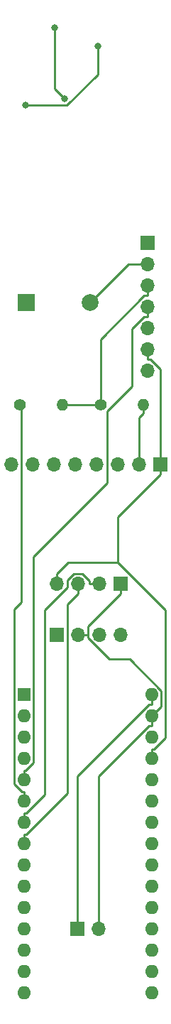
<source format=gbl>
G04 #@! TF.GenerationSoftware,KiCad,Pcbnew,7.0.10-7.0.10~ubuntu22.04.1*
G04 #@! TF.CreationDate,2024-01-30T11:00:35+01:00*
G04 #@! TF.ProjectId,rocketry_circuit,726f636b-6574-4727-995f-636972637569,rev?*
G04 #@! TF.SameCoordinates,Original*
G04 #@! TF.FileFunction,Copper,L2,Bot*
G04 #@! TF.FilePolarity,Positive*
%FSLAX46Y46*%
G04 Gerber Fmt 4.6, Leading zero omitted, Abs format (unit mm)*
G04 Created by KiCad (PCBNEW 7.0.10-7.0.10~ubuntu22.04.1) date 2024-01-30 11:00:35*
%MOMM*%
%LPD*%
G01*
G04 APERTURE LIST*
G04 #@! TA.AperFunction,ComponentPad*
%ADD10R,1.700000X1.700000*%
G04 #@! TD*
G04 #@! TA.AperFunction,ComponentPad*
%ADD11O,1.700000X1.700000*%
G04 #@! TD*
G04 #@! TA.AperFunction,ComponentPad*
%ADD12C,1.400000*%
G04 #@! TD*
G04 #@! TA.AperFunction,ComponentPad*
%ADD13O,1.400000X1.400000*%
G04 #@! TD*
G04 #@! TA.AperFunction,ComponentPad*
%ADD14R,2.000000X2.000000*%
G04 #@! TD*
G04 #@! TA.AperFunction,ComponentPad*
%ADD15C,2.000000*%
G04 #@! TD*
G04 #@! TA.AperFunction,ComponentPad*
%ADD16R,1.600000X1.600000*%
G04 #@! TD*
G04 #@! TA.AperFunction,ComponentPad*
%ADD17O,1.600000X1.600000*%
G04 #@! TD*
G04 #@! TA.AperFunction,ViaPad*
%ADD18C,0.800000*%
G04 #@! TD*
G04 #@! TA.AperFunction,Conductor*
%ADD19C,0.250000*%
G04 #@! TD*
G04 APERTURE END LIST*
D10*
X23037000Y-140730200D03*
D11*
X25577000Y-140730200D03*
D12*
X16184000Y-78246200D03*
D13*
X21264000Y-78246200D03*
D10*
X20610000Y-105670000D03*
D11*
X23150000Y-105670000D03*
X25690000Y-105670000D03*
X28230000Y-105670000D03*
D14*
X16956000Y-66054200D03*
D15*
X24556000Y-66054200D03*
D12*
X25836000Y-78246200D03*
D13*
X30916000Y-78246200D03*
D10*
X28230000Y-99574000D03*
D11*
X25690000Y-99574000D03*
X23150000Y-99574000D03*
X20610000Y-99574000D03*
D16*
X16692000Y-112790200D03*
D17*
X16692000Y-115330200D03*
X16692000Y-117870200D03*
X16692000Y-120410200D03*
X16692000Y-122950200D03*
X16692000Y-125490200D03*
X16692000Y-128030200D03*
X16692000Y-130570200D03*
X16692000Y-133110200D03*
X16692000Y-135650200D03*
X16692000Y-138190200D03*
X16692000Y-140730200D03*
X16692000Y-143270200D03*
X16692000Y-145810200D03*
X16692000Y-148350200D03*
X31932000Y-148350200D03*
X31932000Y-145810200D03*
X31932000Y-143270200D03*
X31932000Y-140730200D03*
X31932000Y-138190200D03*
X31932000Y-135650200D03*
X31932000Y-133110200D03*
X31932000Y-130570200D03*
X31932000Y-128030200D03*
X31932000Y-125490200D03*
X31932000Y-122950200D03*
X31932000Y-120410200D03*
X31932000Y-117870200D03*
X31932000Y-115330200D03*
X31932000Y-112790200D03*
D11*
X31424000Y-74182200D03*
X31424000Y-71642200D03*
X31424000Y-69102200D03*
X31424000Y-66562200D03*
X31424000Y-64022200D03*
X31424000Y-61482200D03*
D10*
X31424000Y-58942200D03*
X32948000Y-85358200D03*
D11*
X30408000Y-85358200D03*
X27868000Y-85358200D03*
X25328000Y-85358200D03*
X22788000Y-85358200D03*
X20248000Y-85358200D03*
X17708000Y-85358200D03*
X15168000Y-85358200D03*
D18*
X25473000Y-35479300D03*
X16893500Y-42522900D03*
X20360200Y-33262100D03*
X21512000Y-41744400D03*
D19*
X16458500Y-124363300D02*
X16692000Y-124363300D01*
X15557000Y-123461800D02*
X16458500Y-124363300D01*
X15557000Y-102591000D02*
X15557000Y-123461800D01*
X16374500Y-101773500D02*
X15557000Y-102591000D01*
X16374500Y-78436700D02*
X16374500Y-101773500D01*
X16184000Y-78246200D02*
X16374500Y-78436700D01*
X16692000Y-125490200D02*
X16692000Y-124363300D01*
X21880000Y-102020900D02*
X23150000Y-100750900D01*
X21880000Y-124537000D02*
X21880000Y-102020900D01*
X16973700Y-129443300D02*
X21880000Y-124537000D01*
X16692000Y-129443300D02*
X16973700Y-129443300D01*
X16692000Y-130570200D02*
X16692000Y-129443300D01*
X23150000Y-99574000D02*
X23150000Y-100750900D01*
X24513100Y-99208200D02*
X24513100Y-99574000D01*
X23691300Y-98386400D02*
X24513100Y-99208200D01*
X22640400Y-98386400D02*
X23691300Y-98386400D01*
X21880000Y-99146800D02*
X22640400Y-98386400D01*
X21880000Y-99976100D02*
X21880000Y-99146800D01*
X19150000Y-102706100D02*
X21880000Y-99976100D01*
X19150000Y-124727000D02*
X19150000Y-102706100D01*
X16973700Y-126903300D02*
X19150000Y-124727000D01*
X16692000Y-126903300D02*
X16973700Y-126903300D01*
X16692000Y-128030200D02*
X16692000Y-126903300D01*
X25690000Y-99574000D02*
X24513100Y-99574000D01*
X25473000Y-38828000D02*
X25473000Y-35479300D01*
X21778100Y-42522900D02*
X25473000Y-38828000D01*
X16893500Y-42522900D02*
X21778100Y-42522900D01*
X20360200Y-40592600D02*
X20360200Y-33262100D01*
X21512000Y-41744400D02*
X20360200Y-40592600D01*
X16692000Y-122950200D02*
X16692000Y-121823300D01*
X31424000Y-66562200D02*
X31424000Y-67739100D01*
X16872700Y-121823300D02*
X16692000Y-121823300D01*
X17818900Y-120877100D02*
X16872700Y-121823300D01*
X17818900Y-96323500D02*
X17818900Y-120877100D01*
X26598000Y-87544400D02*
X17818900Y-96323500D01*
X26598000Y-78998800D02*
X26598000Y-87544400D01*
X29606100Y-75990700D02*
X26598000Y-78998800D01*
X29606100Y-69191200D02*
X29606100Y-75990700D01*
X31058200Y-67739100D02*
X29606100Y-69191200D01*
X31424000Y-67739100D02*
X31058200Y-67739100D01*
X31424000Y-64022200D02*
X31424000Y-65199100D01*
X21264000Y-78246200D02*
X22290900Y-78246200D01*
X25836000Y-70419300D02*
X25836000Y-78246200D01*
X31056200Y-65199100D02*
X25836000Y-70419300D01*
X31424000Y-65199100D02*
X31056200Y-65199100D01*
X25836000Y-78246200D02*
X22290900Y-78246200D01*
X23037000Y-122530400D02*
X23037000Y-140730200D01*
X31650300Y-113917100D02*
X23037000Y-122530400D01*
X31932000Y-113917100D02*
X31650300Y-113917100D01*
X31932000Y-112790200D02*
X31932000Y-113917100D01*
X30408000Y-79781100D02*
X30916000Y-79273100D01*
X30408000Y-85358200D02*
X30408000Y-79781100D01*
X30916000Y-78246200D02*
X30916000Y-79273100D01*
X29128000Y-61482200D02*
X31424000Y-61482200D01*
X24556000Y-66054200D02*
X29128000Y-61482200D01*
X24326900Y-104654000D02*
X24326900Y-105670000D01*
X28230000Y-100750900D02*
X24326900Y-104654000D01*
X28230000Y-99574000D02*
X28230000Y-100750900D01*
X23150000Y-105670000D02*
X24326900Y-105670000D01*
X25577000Y-122530400D02*
X25577000Y-140730200D01*
X31650300Y-116457100D02*
X25577000Y-122530400D01*
X31932000Y-116457100D02*
X31650300Y-116457100D01*
X33085200Y-114177000D02*
X31932000Y-115330200D01*
X33085200Y-112343000D02*
X33085200Y-114177000D01*
X29294600Y-108552400D02*
X33085200Y-112343000D01*
X26905400Y-108552400D02*
X29294600Y-108552400D01*
X24326900Y-105973900D02*
X26905400Y-108552400D01*
X24326900Y-105670000D02*
X24326900Y-105973900D01*
X31932000Y-115330200D02*
X31932000Y-116457100D01*
X31424000Y-71642200D02*
X31424000Y-72819100D01*
X32948000Y-73977300D02*
X32948000Y-85358200D01*
X31789800Y-72819100D02*
X32948000Y-73977300D01*
X31424000Y-72819100D02*
X31789800Y-72819100D01*
X20610000Y-99574000D02*
X20610000Y-98397100D01*
X32948000Y-85358200D02*
X32948000Y-86535100D01*
X31932000Y-120410200D02*
X31932000Y-119283300D01*
X27903500Y-91579600D02*
X27903500Y-97039400D01*
X32948000Y-86535100D02*
X27903500Y-91579600D01*
X33566900Y-102702800D02*
X27903500Y-97039400D01*
X33566900Y-117930100D02*
X33566900Y-102702800D01*
X32213700Y-119283300D02*
X33566900Y-117930100D01*
X31932000Y-119283300D02*
X32213700Y-119283300D01*
X21967700Y-97039400D02*
X20610000Y-98397100D01*
X27903500Y-97039400D02*
X21967700Y-97039400D01*
M02*

</source>
